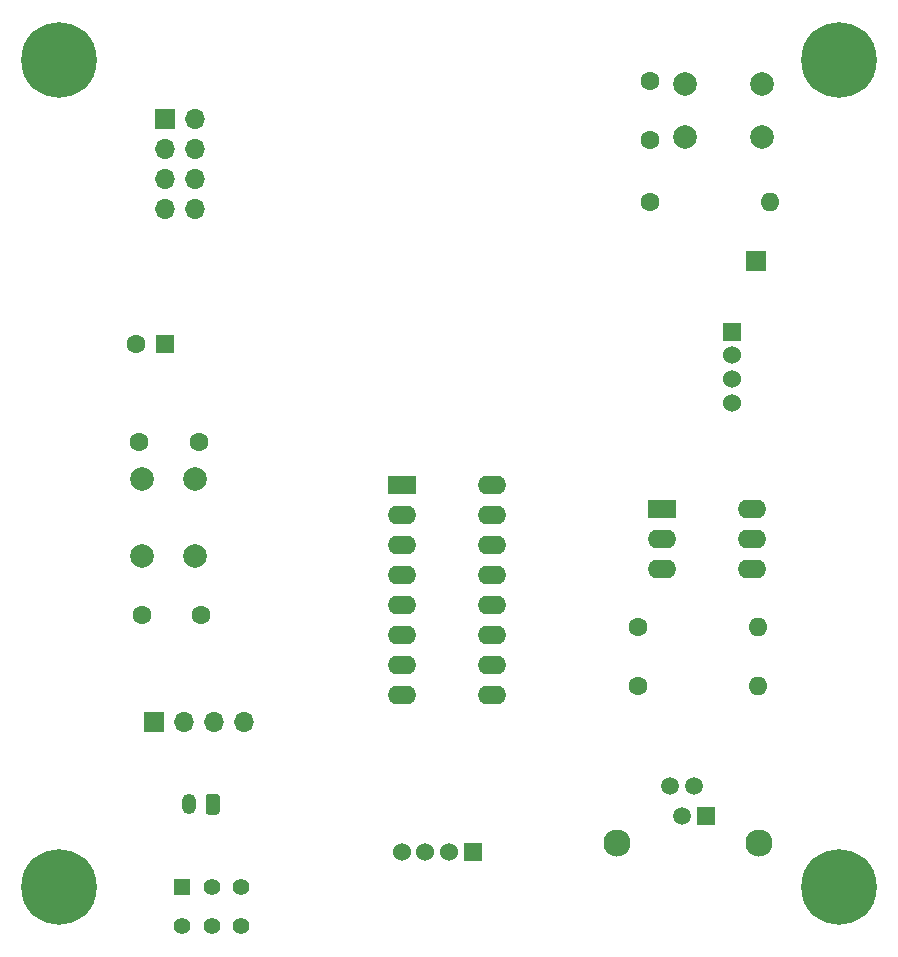
<source format=gbr>
%TF.GenerationSoftware,KiCad,Pcbnew,(5.1.8)-1*%
%TF.CreationDate,2021-01-04T15:21:09+00:00*%
%TF.ProjectId,main,6d61696e-2e6b-4696-9361-645f70636258,2.2*%
%TF.SameCoordinates,Original*%
%TF.FileFunction,Soldermask,Top*%
%TF.FilePolarity,Negative*%
%FSLAX46Y46*%
G04 Gerber Fmt 4.6, Leading zero omitted, Abs format (unit mm)*
G04 Created by KiCad (PCBNEW (5.1.8)-1) date 2021-01-04 15:21:09*
%MOMM*%
%LPD*%
G01*
G04 APERTURE LIST*
%ADD10C,1.500000*%
%ADD11C,2.300000*%
%ADD12R,1.500000X1.500000*%
%ADD13C,1.524000*%
%ADD14R,1.524000X1.524000*%
%ADD15C,6.400000*%
%ADD16O,2.400000X1.600000*%
%ADD17R,2.400000X1.600000*%
%ADD18C,2.000000*%
%ADD19O,1.600000X1.600000*%
%ADD20C,1.600000*%
%ADD21R,1.600000X1.600000*%
%ADD22C,1.400000*%
%ADD23R,1.400000X1.400000*%
%ADD24O,1.700000X1.700000*%
%ADD25R,1.700000X1.700000*%
%ADD26O,1.200000X1.750000*%
G04 APERTURE END LIST*
D10*
%TO.C,J7*%
X166740000Y-116460000D03*
D11*
X162270000Y-121300000D03*
D10*
X167760000Y-119000000D03*
X168780000Y-116460000D03*
D12*
X169800000Y-119000000D03*
D11*
X174270000Y-121300000D03*
%TD*%
D13*
%TO.C,J6*%
X144000000Y-122000000D03*
X146000000Y-122000000D03*
X148000000Y-122000000D03*
D14*
X150000000Y-122000000D03*
%TD*%
D13*
%TO.C,J5*%
X172000000Y-84000000D03*
X172000000Y-82000000D03*
X172000000Y-80000000D03*
D14*
X172000000Y-78000000D03*
%TD*%
D15*
%TO.C,H4*%
X115000000Y-55000000D03*
%TD*%
%TO.C,H3*%
X181000000Y-55000000D03*
%TD*%
%TO.C,H2*%
X181000000Y-125000000D03*
%TD*%
%TO.C,H1*%
X115000000Y-125000000D03*
%TD*%
D16*
%TO.C,U1*%
X151620000Y-91000000D03*
X144000000Y-108780000D03*
X151620000Y-93540000D03*
X144000000Y-106240000D03*
X151620000Y-96080000D03*
X144000000Y-103700000D03*
X151620000Y-98620000D03*
X144000000Y-101160000D03*
X151620000Y-101160000D03*
X144000000Y-98620000D03*
X151620000Y-103700000D03*
X144000000Y-96080000D03*
X151620000Y-106240000D03*
X144000000Y-93540000D03*
X151620000Y-108780000D03*
D17*
X144000000Y-91000000D03*
%TD*%
D18*
%TO.C,SW3*%
X174500000Y-57000000D03*
X174500000Y-61500000D03*
X168000000Y-57000000D03*
X168000000Y-61500000D03*
%TD*%
%TO.C,SW2*%
X122000000Y-90500000D03*
X126500000Y-90500000D03*
X122000000Y-97000000D03*
X126500000Y-97000000D03*
%TD*%
D19*
%TO.C,R3*%
X175160000Y-67000000D03*
D20*
X165000000Y-67000000D03*
%TD*%
D19*
%TO.C,R2*%
X174160000Y-108000000D03*
D20*
X164000000Y-108000000D03*
%TD*%
D19*
%TO.C,R1*%
X174160000Y-103000000D03*
D20*
X164000000Y-103000000D03*
%TD*%
%TO.C,C4*%
X127000000Y-102000000D03*
X122000000Y-102000000D03*
%TD*%
%TO.C,C3*%
X121500000Y-79000000D03*
D21*
X124000000Y-79000000D03*
%TD*%
D20*
%TO.C,C2*%
X165000000Y-56800000D03*
X165000000Y-61800000D03*
%TD*%
%TO.C,C1*%
X126800000Y-87300000D03*
X121800000Y-87300000D03*
%TD*%
D22*
%TO.C,SW1*%
X130400000Y-128300000D03*
X127900000Y-128300000D03*
X125400000Y-128300000D03*
X130400000Y-125000000D03*
X127900000Y-125000000D03*
D23*
X125400000Y-125000000D03*
%TD*%
D16*
%TO.C,U2*%
X173620000Y-93000000D03*
X166000000Y-98080000D03*
X173620000Y-95540000D03*
X166000000Y-95540000D03*
X173620000Y-98080000D03*
D17*
X166000000Y-93000000D03*
%TD*%
D24*
%TO.C,J4*%
X126540000Y-67620000D03*
X124000000Y-67620000D03*
X126540000Y-65080000D03*
X124000000Y-65080000D03*
X126540000Y-62540000D03*
X124000000Y-62540000D03*
X126540000Y-60000000D03*
D25*
X124000000Y-60000000D03*
%TD*%
%TO.C,J3*%
X174000000Y-72000000D03*
%TD*%
D26*
%TO.C,J1*%
X126000000Y-118000000D03*
G36*
G01*
X128600000Y-117374999D02*
X128600000Y-118625001D01*
G75*
G02*
X128350001Y-118875000I-249999J0D01*
G01*
X127649999Y-118875000D01*
G75*
G02*
X127400000Y-118625001I0J249999D01*
G01*
X127400000Y-117374999D01*
G75*
G02*
X127649999Y-117125000I249999J0D01*
G01*
X128350001Y-117125000D01*
G75*
G02*
X128600000Y-117374999I0J-249999D01*
G01*
G37*
%TD*%
D24*
%TO.C,J2*%
X130620000Y-111000000D03*
X128080000Y-111000000D03*
X125540000Y-111000000D03*
D25*
X123000000Y-111000000D03*
%TD*%
M02*

</source>
